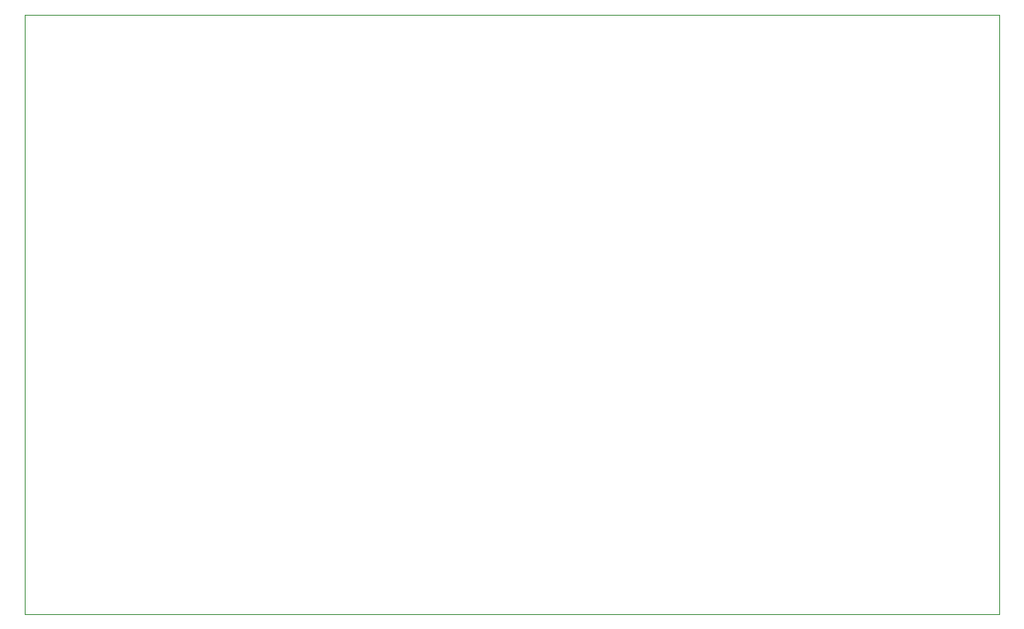
<source format=gbr>
G04 #@! TF.GenerationSoftware,KiCad,Pcbnew,(5.1.5)-3*
G04 #@! TF.CreationDate,2020-04-03T18:33:56+02:00*
G04 #@! TF.ProjectId,Calefacci_n_CC2530,43616c65-6661-4636-9369-f36e5f434332,rev?*
G04 #@! TF.SameCoordinates,Original*
G04 #@! TF.FileFunction,Profile,NP*
%FSLAX46Y46*%
G04 Gerber Fmt 4.6, Leading zero omitted, Abs format (unit mm)*
G04 Created by KiCad (PCBNEW (5.1.5)-3) date 2020-04-03 18:33:56*
%MOMM*%
%LPD*%
G04 APERTURE LIST*
%ADD10C,0.050000*%
G04 APERTURE END LIST*
D10*
X100000000Y-88500000D02*
X100000000Y-150000000D01*
X200000000Y-88500000D02*
X100000000Y-88500000D01*
X200000000Y-150000000D02*
X200000000Y-88500000D01*
X100000000Y-150000000D02*
X200000000Y-150000000D01*
M02*

</source>
